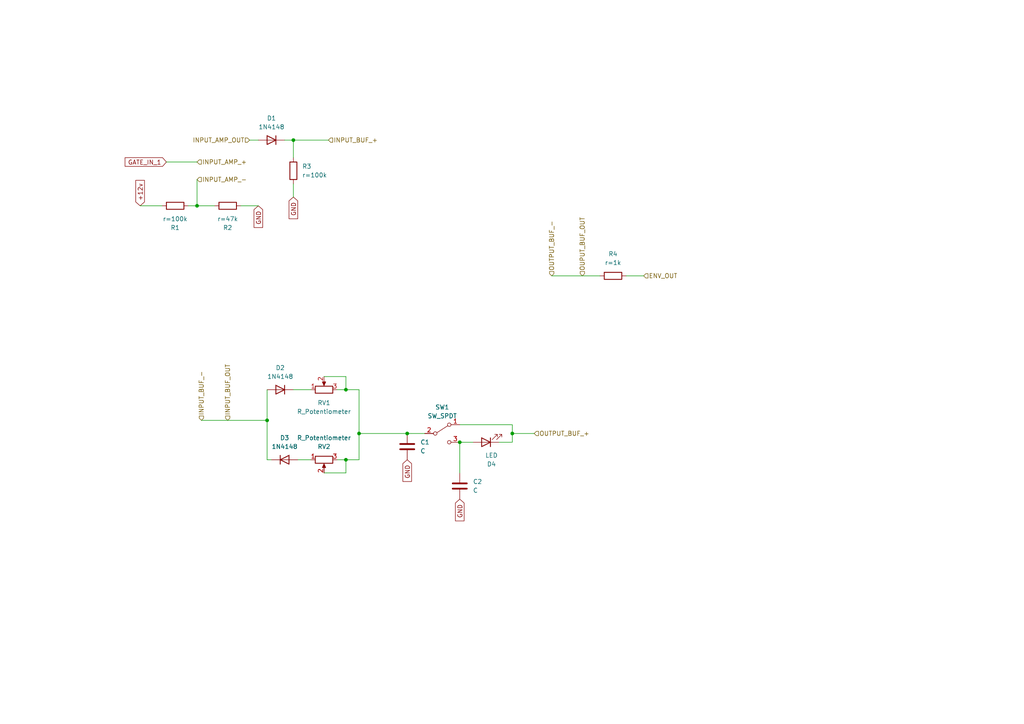
<source format=kicad_sch>
(kicad_sch (version 20230121) (generator eeschema)
  (paper "A4")
  (lib_symbols
    (symbol "Device:C" (pin_numbers hide) (pin_names (offset 0.254))
      (property "Reference" "C" (at 0.635 2.54 0))
      (property "Value" "C" (at 0.635 -2.54 0))
      (symbol "C_0_1"
        (polyline (pts (xy -2.032 -0.762) (xy 2.032 -0.762)) (stroke (width 0.508)))
        (polyline (pts (xy -2.032 0.762) (xy 2.032 0.762)) (stroke (width 0.508)))
      )
      (symbol "C_1_1"
        (pin passive line (at 0 3.81 270) (length 2.794) (name "~") (number "1"))
        (pin passive line (at 0 -3.81 90) (length 2.794) (name "~") (number "2"))
      )
    )
    (symbol "Device:LED" (pin_numbers hide) (pin_names (offset 1.016) hide)
      (property "Reference" "D" (at 0 2.54 0))
      (property "Value" "LED" (at 0 -2.54 0))
      (symbol "LED_0_1"
        (polyline (pts (xy -1.27 -1.27) (xy -1.27 1.27)) (stroke (width 0.254)))
        (polyline (pts (xy -1.27 0) (xy 1.27 0)))
        (polyline (pts (xy 1.27 -1.27) (xy 1.27 1.27) (xy -1.27 0) (xy 1.27 -1.27)) (stroke (width 0.254)))
        (polyline (pts (xy -3.048 -0.762) (xy -4.572 -2.286) (xy -3.81 -2.286) (xy -4.572 -2.286) (xy -4.572 -1.524)))
        (polyline (pts (xy -1.778 -0.762) (xy -3.302 -2.286) (xy -2.54 -2.286) (xy -3.302 -2.286) (xy -3.302 -1.524)))
      )
      (symbol "LED_1_1"
        (pin passive line (at -3.81 0 0) (length 2.54) (name "K") (number "1"))
        (pin passive line (at 3.81 0 180) (length 2.54) (name "A") (number "2"))
      )
    )
    (symbol "Device:R" (pin_numbers hide) (pin_names (offset 0))
      (property "Reference" "R" (at 2.032 0 90))
      (property "Value" "R" (at 0 0 90))
      (symbol "R_0_1"
        (rectangle (start -1.016 -2.54) (end 1.016 2.54) (stroke (width 0.254)))
      )
      (symbol "R_1_1"
        (pin passive line (at 0 3.81 270) (length 1.27) (name "~") (number "1"))
        (pin passive line (at 0 -3.81 90) (length 1.27) (name "~") (number "2"))
      )
    )
    (symbol "Device:R_Potentiometer" (pin_names (offset 1.016) hide)
      (property "Reference" "RV" (at -4.445 0 90))
      (property "Value" "R_Potentiometer" (at -2.54 0 90))
      (symbol "R_Potentiometer_0_1"
        (polyline (pts (xy 2.54 0) (xy 1.524 0)))
        (polyline (pts (xy 1.143 0) (xy 2.286 0.508) (xy 2.286 -0.508) (xy 1.143 0)) (fill (type outline)))
        (rectangle (start 1.016 2.54) (end -1.016 -2.54) (stroke (width 0.254)))
      )
      (symbol "R_Potentiometer_1_1"
        (pin passive line (at 0 3.81 270) (length 1.27) (name "1") (number "1"))
        (pin passive line (at 3.81 0 180) (length 1.27) (name "2") (number "2"))
        (pin passive line (at 0 -3.81 90) (length 1.27) (name "3") (number "3"))
      )
    )
    (symbol "Diode:1N4148" (pin_numbers hide) (pin_names hide)
      (property "Reference" "D" (at 0 2.54 0))
      (property "Value" "1N4148" (at 0 -2.54 0))
      (symbol "1N4148_0_1"
        (polyline (pts (xy -1.27 1.27) (xy -1.27 -1.27)) (stroke (width 0.254)))
        (polyline (pts (xy 1.27 0) (xy -1.27 0)))
        (polyline (pts (xy 1.27 1.27) (xy 1.27 -1.27) (xy -1.27 0) (xy 1.27 1.27)) (stroke (width 0.254)))
      )
      (symbol "1N4148_1_1"
        (pin passive line (at -3.81 0 0) (length 2.54) (name "K") (number "1"))
        (pin passive line (at 3.81 0 180) (length 2.54) (name "A") (number "2"))
      )
    )
    (symbol "Switch:SW_SPDT" (pin_names (offset 0) hide)
      (property "Reference" "SW" (at 0 4.318 0))
      (property "Value" "SW_SPDT" (at 0 -5.08 0))
      (symbol "SW_SPDT_0_0"
        (circle (center -2.032 0) (radius 0.508))
        (circle (center 2.032 -2.54) (radius 0.508))
      )
      (symbol "SW_SPDT_0_1"
        (polyline (pts (xy -1.524 0.254) (xy 1.651 2.286)))
        (circle (center 2.032 2.54) (radius 0.508))
      )
      (symbol "SW_SPDT_1_1"
        (pin passive line (at 5.08 2.54 180) (length 2.54) (name "A") (number "1"))
        (pin passive line (at -5.08 0 0) (length 2.54) (name "B") (number "2"))
        (pin passive line (at 5.08 -2.54 180) (length 2.54) (name "C") (number "3"))
      )
    )
  )
  (junction (at 57.15 59.69))
  (junction (at 133.35 128.27))
  (junction (at 104.14 125.73))
  (junction (at 148.59 125.73))
  (junction (at 100.33 113.03))
  (junction (at 100.33 133.35))
  (junction (at 77.47 121.92))
  (junction (at 118.11 125.73))
  (junction (at 85.09 40.64))
  (wire (pts (xy 77.47 121.92) (xy 77.47 133.35)))
  (wire (pts (xy 97.79 133.35) (xy 100.33 133.35)))
  (wire (pts (xy 144.78 128.27) (xy 148.59 128.27)))
  (wire (pts (xy 77.47 113.03) (xy 77.47 121.92)))
  (wire (pts (xy 74.93 40.64) (xy 72.39 40.64)))
  (wire (pts (xy 104.14 125.73) (xy 104.14 113.03)))
  (wire (pts (xy 54.61 59.69) (xy 57.15 59.69)))
  (wire (pts (xy 118.11 125.73) (xy 123.19 125.73)))
  (wire (pts (xy 100.33 113.03) (xy 97.79 113.03)))
  (wire (pts (xy 148.59 125.73) (xy 154.94 125.73)))
  (wire (pts (xy 57.15 52.07) (xy 57.15 59.69)))
  (wire (pts (xy 100.33 137.16) (xy 100.33 133.35)))
  (wire (pts (xy 58.42 121.92) (xy 77.47 121.92)))
  (wire (pts (xy 133.35 123.19) (xy 148.59 123.19)))
  (wire (pts (xy 181.61 80.01) (xy 186.69 80.01)))
  (wire (pts (xy 100.33 109.22) (xy 100.33 113.03)))
  (wire (pts (xy 86.36 133.35) (xy 90.17 133.35)))
  (wire (pts (xy 104.14 125.73) (xy 118.11 125.73)))
  (wire (pts (xy 93.98 109.22) (xy 100.33 109.22)))
  (wire (pts (xy 85.09 53.34) (xy 85.09 57.15)))
  (wire (pts (xy 100.33 133.35) (xy 104.14 133.35)))
  (wire (pts (xy 93.98 137.16) (xy 100.33 137.16)))
  (wire (pts (xy 148.59 128.27) (xy 148.59 125.73)))
  (wire (pts (xy 82.55 40.64) (xy 85.09 40.64)))
  (wire (pts (xy 62.23 59.69) (xy 57.15 59.69)))
  (wire (pts (xy 133.35 128.27) (xy 137.16 128.27)))
  (wire (pts (xy 133.35 137.16) (xy 133.35 128.27)))
  (wire (pts (xy 74.93 59.69) (xy 69.85 59.69)))
  (wire (pts (xy 160.02 80.01) (xy 173.99 80.01)))
  (wire (pts (xy 85.09 40.64) (xy 95.25 40.64)))
  (wire (pts (xy 85.09 40.64) (xy 85.09 45.72)))
  (wire (pts (xy 40.64 59.69) (xy 46.99 59.69)))
  (wire (pts (xy 104.14 113.03) (xy 100.33 113.03)))
  (wire (pts (xy 148.59 123.19) (xy 148.59 125.73)))
  (wire (pts (xy 77.47 133.35) (xy 78.74 133.35)))
  (wire (pts (xy 104.14 133.35) (xy 104.14 125.73)))
  (wire (pts (xy 48.26 46.99) (xy 57.15 46.99)))
  (wire (pts (xy 90.17 113.03) (xy 85.09 113.03)))
  (global_label "GND" (shape input) (at 118.11 133.35 270) (property "Intersheetrefs" "${INTERSHEET_REFS}" (effects hide)))
  (global_label "GND" (shape input) (at 133.35 144.78 270) (property "Intersheetrefs" "${INTERSHEET_REFS}" (effects hide)))
  (global_label "+12v" (shape input) (at 40.64 59.69 90) (property "Intersheetrefs" "${INTERSHEET_REFS}" (effects hide)))
  (global_label "GATE_IN_1" (shape input) (at 48.26 46.99 180) (property "Intersheetrefs" "${INTERSHEET_REFS}" (effects hide)))
  (global_label "GND" (shape input) (at 74.93 59.69 270) (property "Intersheetrefs" "${INTERSHEET_REFS}" (effects hide)))
  (global_label "GND" (shape input) (at 85.09 57.15 270) (property "Intersheetrefs" "${INTERSHEET_REFS}" (effects hide)))
  (hierarchical_label "INPUT_BUF_OUT" (shape input) (at 66.04 121.92 90))
  (hierarchical_label "INPUT_AMP_OUT" (shape input) (at 72.39 40.64 180))
  (hierarchical_label "OUPUT_BUF_OUT" (shape input) (at 168.91 80.01 90))
  (hierarchical_label "INPUT_BUF_-" (shape input) (at 58.42 121.92 90))
  (hierarchical_label "INPUT_BUF_+" (shape input) (at 95.25 40.64 0))
  (hierarchical_label "OUTPUT_BUF_+" (shape input) (at 154.94 125.73 0))
  (hierarchical_label "ENV_OUT" (shape input) (at 186.69 80.01 0))
  (hierarchical_label "OUTPUT_BUF_-" (shape input) (at 160.02 80.01 90))
  (hierarchical_label "INPUT_AMP_+" (shape input) (at 57.15 46.99 0))
  (hierarchical_label "INPUT_AMP_-" (shape input) (at 57.15 52.07 0))
  (symbol (lib_id "Diode:1N4148") (at 78.74 40.64 0) (mirror y) (unit 1)
    (property "Reference" "D1" (at 78.74 34.29 0))
    (property "Value" "1N4148" (at 78.74 36.83 0))
    (property "Footprint" "Diode_THT:D_DO-35_SOD27_P7.62mm_Horizontal" (effects hide))
    (property "Datasheet" "https://assets.nexperia.com/documents/data-sheet/1N4148_1N4448.pdf" (effects hide))
    (property "Sim.Device" "D" (effects hide))
    (property "Sim.Pins" "1=K 2=A" (effects hide))
  )
  (symbol (lib_id "Device:C") (at 118.11 129.54 0) (unit 1)
    (property "Reference" "C1" (at 121.92 128.27 0) (effects (justify left)))
    (property "Value" "C" (at 121.92 130.81 0) (effects (justify left)))
  )
  (symbol (lib_id "Device:R") (at 50.8 59.69 90) (mirror x) (unit 1)
    (property "Reference" "R1" (at 50.8 66.04 90))
    (property "Value" "${SIM.PARAMS}" (at 50.8 63.5 90))
    (property "Sim.Device" "R" (effects hide))
    (property "Sim.Type" "=" (effects hide))
    (property "Sim.Params" "r=100k" (effects hide))
    (property "Sim.Pins" "1=+ 2=-" (effects hide))
  )
  (symbol (lib_id "Device:R") (at 177.8 80.01 90) (unit 1)
    (property "Reference" "R4" (at 177.8 73.66 90))
    (property "Value" "${SIM.PARAMS}" (at 177.8 76.2 90))
    (property "Sim.Device" "R" (effects hide))
    (property "Sim.Type" "=" (effects hide))
    (property "Sim.Params" "r=1k" (effects hide))
    (property "Sim.Pins" "1=+ 2=-" (effects hide))
  )
  (symbol (lib_id "Diode:1N4148") (at 81.28 113.03 0) (mirror y) (unit 1)
    (property "Reference" "D2" (at 81.28 106.68 0))
    (property "Value" "1N4148" (at 81.28 109.22 0))
    (property "Footprint" "Diode_THT:D_DO-35_SOD27_P7.62mm_Horizontal" (effects hide))
    (property "Datasheet" "https://assets.nexperia.com/documents/data-sheet/1N4148_1N4448.pdf" (effects hide))
    (property "Sim.Device" "D" (effects hide))
    (property "Sim.Pins" "1=K 2=A" (effects hide))
  )
  (symbol (lib_id "Switch:SW_SPDT") (at 128.27 125.73 0) (unit 1)
    (property "Reference" "SW1" (at 128.27 118.11 0))
    (property "Value" "SW_SPDT" (at 128.27 120.65 0))
  )
  (symbol (lib_id "Device:C") (at 133.35 140.97 0) (unit 1)
    (property "Reference" "C2" (at 137.16 139.7 0) (effects (justify left)))
    (property "Value" "C" (at 137.16 142.24 0) (effects (justify left)))
  )
  (symbol (lib_id "Device:R_Potentiometer") (at 93.98 113.03 90) (unit 1)
    (property "Reference" "RV1" (at 93.98 116.84 90))
    (property "Value" "R_Potentiometer" (at 93.98 119.38 90))
  )
  (symbol (lib_id "Device:LED") (at 140.97 128.27 180) (unit 1)
    (property "Reference" "D4" (at 142.5575 134.62 0))
    (property "Value" "LED" (at 142.5575 132.08 0))
  )
  (symbol (lib_id "Device:R") (at 66.04 59.69 90) (mirror x) (unit 1)
    (property "Reference" "R2" (at 66.04 66.04 90))
    (property "Value" "${SIM.PARAMS}" (at 66.04 63.5 90))
    (property "Sim.Device" "R" (effects hide))
    (property "Sim.Type" "=" (effects hide))
    (property "Sim.Params" "r=47k" (effects hide))
    (property "Sim.Pins" "1=+ 2=-" (effects hide))
  )
  (symbol (lib_id "Device:R") (at 85.09 49.53 0) (unit 1)
    (property "Reference" "R3" (at 87.63 48.26 0) (effects (justify left)))
    (property "Value" "${SIM.PARAMS}" (at 87.63 50.8 0) (effects (justify left)))
    (property "Sim.Device" "R" (effects hide))
    (property "Sim.Type" "=" (effects hide))
    (property "Sim.Params" "r=100k" (effects hide))
    (property "Sim.Pins" "1=+ 2=-" (effects hide))
  )
  (symbol (lib_id "Device:R_Potentiometer") (at 93.98 133.35 90) (mirror x) (unit 1)
    (property "Reference" "RV2" (at 93.98 129.54 90))
    (property "Value" "R_Potentiometer" (at 93.98 127 90))
  )
  (symbol (lib_id "Diode:1N4148") (at 82.55 133.35 0) (unit 1)
    (property "Reference" "D3" (at 82.55 127 0))
    (property "Value" "1N4148" (at 82.55 129.54 0))
    (property "Footprint" "Diode_THT:D_DO-35_SOD27_P7.62mm_Horizontal" (effects hide))
    (property "Datasheet" "https://assets.nexperia.com/documents/data-sheet/1N4148_1N4448.pdf" (effects hide))
    (property "Sim.Device" "D" (effects hide))
    (property "Sim.Pins" "1=K 2=A" (effects hide))
  )
)
</source>
